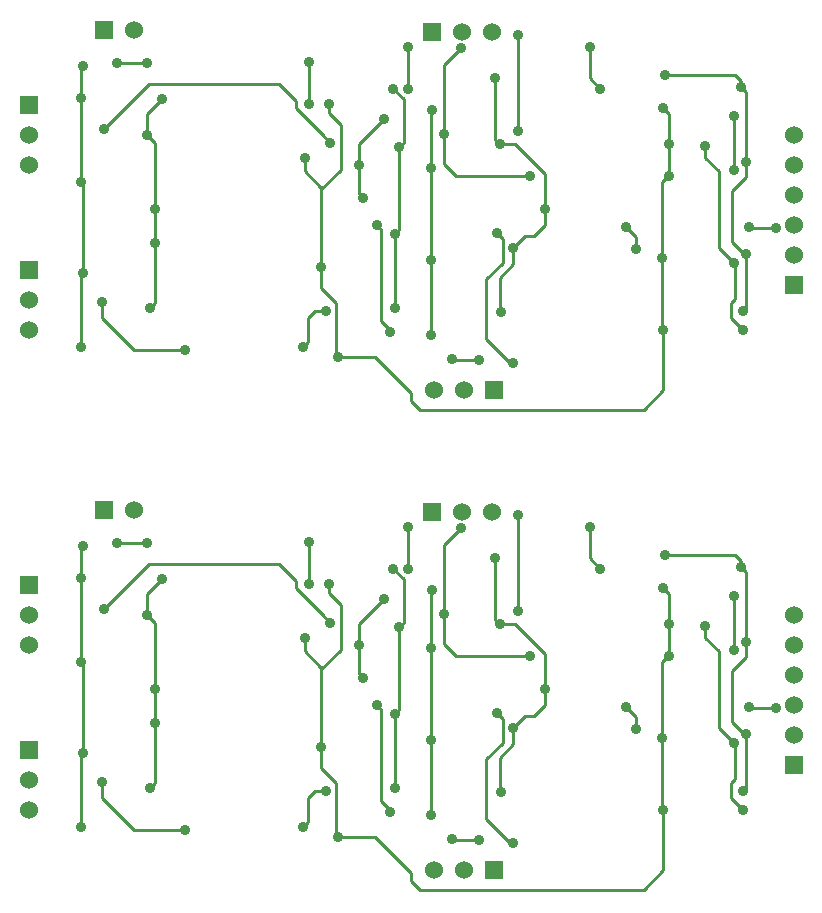
<source format=gbl>
G04 (created by PCBNEW (22-Jun-2014 BZR 4027)-stable) date Thu 13 Oct 2016 08:17:28 AM EDT*
%MOIN*%
G04 Gerber Fmt 3.4, Leading zero omitted, Abs format*
%FSLAX34Y34*%
G01*
G70*
G90*
G04 APERTURE LIST*
%ADD10C,0.00590551*%
%ADD11R,0.06X0.06*%
%ADD12C,0.06*%
%ADD13C,0.035*%
%ADD14C,0.01*%
G04 APERTURE END LIST*
G54D10*
G54D11*
X32500Y-31500D03*
G54D12*
X32500Y-30500D03*
X32500Y-29500D03*
X32500Y-28500D03*
X32500Y-27500D03*
X32500Y-26500D03*
G54D11*
X9500Y-23000D03*
G54D12*
X10500Y-23000D03*
G54D11*
X22500Y-35000D03*
G54D12*
X21500Y-35000D03*
X20500Y-35000D03*
G54D11*
X20450Y-23050D03*
G54D12*
X21450Y-23050D03*
X22450Y-23050D03*
G54D11*
X7000Y-31000D03*
G54D12*
X7000Y-32000D03*
X7000Y-33000D03*
G54D11*
X7000Y-25500D03*
G54D12*
X7000Y-26500D03*
X7000Y-27500D03*
G54D11*
X7000Y-9500D03*
G54D12*
X7000Y-10500D03*
X7000Y-11500D03*
G54D11*
X7000Y-15000D03*
G54D12*
X7000Y-16000D03*
X7000Y-17000D03*
G54D11*
X20450Y-7050D03*
G54D12*
X21450Y-7050D03*
X22450Y-7050D03*
G54D11*
X22500Y-19000D03*
G54D12*
X21500Y-19000D03*
X20500Y-19000D03*
G54D11*
X9500Y-7000D03*
G54D12*
X10500Y-7000D03*
G54D11*
X32500Y-15500D03*
G54D12*
X32500Y-14500D03*
X32500Y-13500D03*
X32500Y-12500D03*
X32500Y-11500D03*
X32500Y-10500D03*
G54D13*
X18850Y-25950D03*
X18000Y-27500D03*
X18150Y-28600D03*
X18150Y-12600D03*
X18000Y-11500D03*
X18850Y-9950D03*
X18600Y-29500D03*
X19050Y-33050D03*
X31000Y-29550D03*
X31900Y-29600D03*
X31900Y-13600D03*
X31000Y-13550D03*
X19050Y-17050D03*
X18600Y-13500D03*
X30500Y-25850D03*
X30500Y-27650D03*
X30500Y-11650D03*
X30500Y-9850D03*
X30500Y-30750D03*
X30800Y-33000D03*
X29550Y-26850D03*
X29550Y-10850D03*
X30800Y-17000D03*
X30500Y-14750D03*
X23300Y-23150D03*
X23300Y-26350D03*
X23300Y-10350D03*
X23300Y-7150D03*
X10950Y-24100D03*
X9950Y-24100D03*
X9950Y-8100D03*
X10950Y-8100D03*
X19650Y-23550D03*
X19650Y-24950D03*
X19650Y-8950D03*
X19650Y-7550D03*
X22600Y-29750D03*
X23150Y-34100D03*
X26900Y-29550D03*
X27250Y-30300D03*
X27250Y-14300D03*
X26900Y-13550D03*
X23150Y-18100D03*
X22600Y-13750D03*
X11050Y-32250D03*
X11200Y-30100D03*
X10950Y-26500D03*
X11450Y-25300D03*
X22550Y-24600D03*
X22700Y-26800D03*
X22750Y-32400D03*
X11200Y-28950D03*
X24200Y-28950D03*
X23150Y-30250D03*
X23150Y-14250D03*
X24200Y-12950D03*
X11200Y-12950D03*
X22750Y-16400D03*
X22700Y-10800D03*
X22550Y-8600D03*
X11450Y-9300D03*
X10950Y-10500D03*
X11200Y-14100D03*
X11050Y-16250D03*
X8800Y-24200D03*
X8750Y-25250D03*
X8750Y-28050D03*
X8800Y-31100D03*
X8750Y-33550D03*
X20400Y-27600D03*
X20450Y-25650D03*
X20400Y-30650D03*
X20400Y-33150D03*
X21100Y-33950D03*
X22000Y-34000D03*
X22000Y-18000D03*
X21100Y-17950D03*
X20400Y-17150D03*
X20400Y-14650D03*
X20450Y-9650D03*
X20400Y-11600D03*
X8750Y-17550D03*
X8800Y-15100D03*
X8750Y-12050D03*
X8750Y-9250D03*
X8800Y-8200D03*
X17050Y-26750D03*
X9500Y-26300D03*
X9500Y-10300D03*
X17050Y-10750D03*
X16900Y-32350D03*
X16150Y-33550D03*
X12200Y-33650D03*
X9450Y-32050D03*
X9450Y-16050D03*
X12200Y-17650D03*
X16150Y-17550D03*
X16900Y-16350D03*
X21400Y-23600D03*
X20850Y-26450D03*
X23700Y-27850D03*
X23700Y-11850D03*
X20850Y-10450D03*
X21400Y-7600D03*
X16350Y-25450D03*
X16350Y-24050D03*
X19200Y-29800D03*
X19200Y-32250D03*
X30900Y-30450D03*
X30825Y-32375D03*
X30900Y-27400D03*
X30750Y-24900D03*
X28200Y-24500D03*
X26050Y-24950D03*
X25700Y-23550D03*
X19350Y-26900D03*
X19150Y-24950D03*
X19150Y-8950D03*
X19350Y-10900D03*
X25700Y-7550D03*
X26050Y-8950D03*
X28200Y-8500D03*
X30750Y-8900D03*
X30900Y-11400D03*
X30825Y-16375D03*
X30900Y-14450D03*
X19200Y-16250D03*
X19200Y-13800D03*
X16350Y-8050D03*
X16350Y-9450D03*
X16750Y-30900D03*
X17300Y-33900D03*
X28150Y-25600D03*
X28350Y-27850D03*
X28100Y-30600D03*
X28150Y-33000D03*
X28350Y-26800D03*
X16200Y-27250D03*
X17000Y-25450D03*
X17000Y-9450D03*
X16200Y-11250D03*
X28350Y-10800D03*
X28150Y-17000D03*
X28100Y-14600D03*
X28350Y-11850D03*
X28150Y-9600D03*
X17300Y-17900D03*
X16750Y-14900D03*
G54D14*
X18850Y-25950D02*
X18000Y-26800D01*
X18000Y-26800D02*
X18000Y-27500D01*
X18000Y-28450D02*
X18000Y-27500D01*
X18000Y-28450D02*
X18150Y-28600D01*
X18000Y-12450D02*
X18150Y-12600D01*
X18000Y-12450D02*
X18000Y-11500D01*
X18000Y-10800D02*
X18000Y-11500D01*
X18850Y-9950D02*
X18000Y-10800D01*
X18600Y-29500D02*
X18750Y-29650D01*
X18750Y-29650D02*
X18750Y-32700D01*
X18750Y-32700D02*
X19050Y-33000D01*
X19050Y-33000D02*
X19050Y-33050D01*
X31000Y-29550D02*
X31050Y-29600D01*
X31050Y-29600D02*
X31900Y-29600D01*
X31050Y-13600D02*
X31900Y-13600D01*
X31000Y-13550D02*
X31050Y-13600D01*
X19050Y-17000D02*
X19050Y-17050D01*
X18750Y-16700D02*
X19050Y-17000D01*
X18750Y-13650D02*
X18750Y-16700D01*
X18600Y-13500D02*
X18750Y-13650D01*
X30500Y-25850D02*
X30500Y-27650D01*
X30500Y-9850D02*
X30500Y-11650D01*
X30500Y-30750D02*
X30550Y-30800D01*
X30550Y-30800D02*
X30550Y-31950D01*
X30550Y-31950D02*
X30400Y-32100D01*
X30400Y-32100D02*
X30400Y-32600D01*
X30400Y-32600D02*
X30700Y-32900D01*
X30700Y-32900D02*
X30800Y-33000D01*
X30000Y-30250D02*
X30000Y-27700D01*
X30000Y-27700D02*
X29550Y-27250D01*
X29550Y-27250D02*
X29550Y-26850D01*
X30500Y-30750D02*
X30000Y-30250D01*
X30500Y-14750D02*
X30000Y-14250D01*
X29550Y-11250D02*
X29550Y-10850D01*
X30000Y-11700D02*
X29550Y-11250D01*
X30000Y-14250D02*
X30000Y-11700D01*
X30700Y-16900D02*
X30800Y-17000D01*
X30400Y-16600D02*
X30700Y-16900D01*
X30400Y-16100D02*
X30400Y-16600D01*
X30550Y-15950D02*
X30400Y-16100D01*
X30550Y-14800D02*
X30550Y-15950D01*
X30500Y-14750D02*
X30550Y-14800D01*
X23300Y-23150D02*
X23300Y-26350D01*
X23300Y-7150D02*
X23300Y-10350D01*
X10950Y-24100D02*
X9950Y-24100D01*
X10950Y-8100D02*
X9950Y-8100D01*
X19650Y-23550D02*
X19650Y-24950D01*
X19650Y-7550D02*
X19650Y-8950D01*
X22800Y-30750D02*
X22250Y-31300D01*
X22800Y-29950D02*
X22800Y-30750D01*
X22600Y-29750D02*
X22800Y-29950D01*
X22250Y-33300D02*
X23050Y-34100D01*
X23050Y-34100D02*
X23150Y-34100D01*
X22250Y-31300D02*
X22250Y-33300D01*
X26900Y-29550D02*
X27250Y-29900D01*
X27250Y-29900D02*
X27250Y-30300D01*
X27250Y-13900D02*
X27250Y-14300D01*
X26900Y-13550D02*
X27250Y-13900D01*
X22250Y-15300D02*
X22250Y-17300D01*
X23050Y-18100D02*
X23150Y-18100D01*
X22250Y-17300D02*
X23050Y-18100D01*
X22600Y-13750D02*
X22800Y-13950D01*
X22800Y-13950D02*
X22800Y-14750D01*
X22800Y-14750D02*
X22250Y-15300D01*
X11050Y-32250D02*
X11200Y-32100D01*
X11200Y-32100D02*
X11200Y-30100D01*
X11200Y-26750D02*
X10950Y-26500D01*
X11200Y-28950D02*
X11200Y-26750D01*
X11200Y-30100D02*
X11200Y-28950D01*
X10950Y-25800D02*
X11450Y-25300D01*
X10950Y-26500D02*
X10950Y-25800D01*
X22550Y-26650D02*
X22550Y-24600D01*
X22700Y-26800D02*
X22550Y-26650D01*
X22700Y-32350D02*
X22750Y-32400D01*
X22700Y-31250D02*
X22700Y-32350D01*
X23200Y-26800D02*
X22700Y-26800D01*
X24200Y-28650D02*
X24200Y-27800D01*
X24200Y-27800D02*
X23200Y-26800D01*
X24200Y-28950D02*
X24200Y-28650D01*
X23150Y-30250D02*
X23550Y-29850D01*
X23550Y-29850D02*
X23850Y-29850D01*
X23850Y-29850D02*
X24200Y-29500D01*
X24200Y-29500D02*
X24200Y-28950D01*
X23150Y-30800D02*
X22700Y-31250D01*
X23150Y-30250D02*
X23150Y-30800D01*
X23150Y-14250D02*
X23150Y-14800D01*
X23150Y-14800D02*
X22700Y-15250D01*
X24200Y-13500D02*
X24200Y-12950D01*
X23850Y-13850D02*
X24200Y-13500D01*
X23550Y-13850D02*
X23850Y-13850D01*
X23150Y-14250D02*
X23550Y-13850D01*
X24200Y-12950D02*
X24200Y-12650D01*
X24200Y-11800D02*
X23200Y-10800D01*
X24200Y-12650D02*
X24200Y-11800D01*
X23200Y-10800D02*
X22700Y-10800D01*
X22700Y-15250D02*
X22700Y-16350D01*
X22700Y-16350D02*
X22750Y-16400D01*
X22700Y-10800D02*
X22550Y-10650D01*
X22550Y-10650D02*
X22550Y-8600D01*
X10950Y-10500D02*
X10950Y-9800D01*
X10950Y-9800D02*
X11450Y-9300D01*
X11200Y-14100D02*
X11200Y-12950D01*
X11200Y-12950D02*
X11200Y-10750D01*
X11200Y-10750D02*
X10950Y-10500D01*
X11200Y-16100D02*
X11200Y-14100D01*
X11050Y-16250D02*
X11200Y-16100D01*
X8800Y-24200D02*
X8750Y-24250D01*
X8750Y-24250D02*
X8750Y-25250D01*
X8750Y-25250D02*
X8750Y-28050D01*
X8800Y-31100D02*
X8750Y-31150D01*
X8750Y-31150D02*
X8750Y-33550D01*
X8800Y-28100D02*
X8750Y-28050D01*
X8800Y-31100D02*
X8800Y-28100D01*
X20400Y-25700D02*
X20400Y-27600D01*
X20450Y-25650D02*
X20400Y-25700D01*
X20400Y-27600D02*
X20400Y-30650D01*
X20400Y-30650D02*
X20400Y-33150D01*
X21100Y-33950D02*
X21150Y-34000D01*
X21150Y-34000D02*
X22000Y-34000D01*
X21150Y-18000D02*
X22000Y-18000D01*
X21100Y-17950D02*
X21150Y-18000D01*
X20400Y-14650D02*
X20400Y-17150D01*
X20400Y-11600D02*
X20400Y-14650D01*
X20450Y-9650D02*
X20400Y-9700D01*
X20400Y-9700D02*
X20400Y-11600D01*
X8800Y-15100D02*
X8800Y-12100D01*
X8800Y-12100D02*
X8750Y-12050D01*
X8750Y-15150D02*
X8750Y-17550D01*
X8800Y-15100D02*
X8750Y-15150D01*
X8750Y-9250D02*
X8750Y-12050D01*
X8750Y-8250D02*
X8750Y-9250D01*
X8800Y-8200D02*
X8750Y-8250D01*
X9800Y-26000D02*
X9900Y-25900D01*
X15900Y-25600D02*
X15900Y-25350D01*
X15900Y-25350D02*
X15350Y-24800D01*
X15350Y-24800D02*
X11000Y-24800D01*
X11000Y-24800D02*
X9800Y-26000D01*
X16200Y-25900D02*
X16800Y-26500D01*
X17050Y-26750D02*
X16800Y-26500D01*
X16200Y-25900D02*
X15900Y-25600D01*
X9800Y-26000D02*
X9500Y-26300D01*
X9800Y-10000D02*
X9500Y-10300D01*
X16200Y-9900D02*
X15900Y-9600D01*
X17050Y-10750D02*
X16800Y-10500D01*
X16200Y-9900D02*
X16800Y-10500D01*
X11000Y-8800D02*
X9800Y-10000D01*
X15350Y-8800D02*
X11000Y-8800D01*
X15900Y-9350D02*
X15350Y-8800D01*
X15900Y-9600D02*
X15900Y-9350D01*
X9800Y-10000D02*
X9900Y-9900D01*
X16900Y-32350D02*
X16550Y-32350D01*
X16550Y-32350D02*
X16300Y-32600D01*
X16300Y-32600D02*
X16300Y-33400D01*
X16300Y-33400D02*
X16150Y-33550D01*
X12200Y-33650D02*
X10500Y-33650D01*
X10500Y-33650D02*
X9450Y-32600D01*
X9450Y-32600D02*
X9450Y-32050D01*
X9450Y-16600D02*
X9450Y-16050D01*
X10500Y-17650D02*
X9450Y-16600D01*
X12200Y-17650D02*
X10500Y-17650D01*
X16300Y-17400D02*
X16150Y-17550D01*
X16300Y-16600D02*
X16300Y-17400D01*
X16550Y-16350D02*
X16300Y-16600D01*
X16900Y-16350D02*
X16550Y-16350D01*
X21400Y-23600D02*
X20850Y-24150D01*
X20850Y-24150D02*
X20850Y-26450D01*
X20850Y-27450D02*
X21250Y-27850D01*
X21250Y-27850D02*
X23700Y-27850D01*
X20850Y-26450D02*
X20850Y-27400D01*
X20850Y-27400D02*
X20850Y-27450D01*
X20850Y-11400D02*
X20850Y-11450D01*
X20850Y-10450D02*
X20850Y-11400D01*
X21250Y-11850D02*
X23700Y-11850D01*
X20850Y-11450D02*
X21250Y-11850D01*
X20850Y-8150D02*
X20850Y-10450D01*
X21400Y-7600D02*
X20850Y-8150D01*
X16350Y-25450D02*
X16350Y-24050D01*
X19200Y-29800D02*
X19200Y-32250D01*
X30900Y-32300D02*
X30825Y-32375D01*
X30900Y-32300D02*
X30900Y-30450D01*
X30900Y-25050D02*
X30750Y-24900D01*
X30900Y-27400D02*
X30900Y-25050D01*
X30750Y-24700D02*
X30550Y-24500D01*
X30550Y-24500D02*
X28200Y-24500D01*
X30750Y-24900D02*
X30750Y-24700D01*
X26050Y-24950D02*
X25700Y-24600D01*
X25700Y-24600D02*
X25700Y-23550D01*
X19350Y-26900D02*
X19500Y-26750D01*
X19500Y-26750D02*
X19500Y-25300D01*
X19500Y-25300D02*
X19150Y-24950D01*
X19350Y-29650D02*
X19200Y-29800D01*
X19350Y-26900D02*
X19350Y-29650D01*
X30850Y-30450D02*
X30450Y-30050D01*
X30450Y-30050D02*
X30450Y-28350D01*
X30450Y-28350D02*
X30900Y-27900D01*
X30900Y-27900D02*
X30900Y-27400D01*
X30900Y-30450D02*
X30850Y-30450D01*
X30900Y-14450D02*
X30850Y-14450D01*
X30900Y-11900D02*
X30900Y-11400D01*
X30450Y-12350D02*
X30900Y-11900D01*
X30450Y-14050D02*
X30450Y-12350D01*
X30850Y-14450D02*
X30450Y-14050D01*
X19350Y-10900D02*
X19350Y-13650D01*
X19350Y-13650D02*
X19200Y-13800D01*
X19500Y-9300D02*
X19150Y-8950D01*
X19500Y-10750D02*
X19500Y-9300D01*
X19350Y-10900D02*
X19500Y-10750D01*
X25700Y-8600D02*
X25700Y-7550D01*
X26050Y-8950D02*
X25700Y-8600D01*
X30750Y-8900D02*
X30750Y-8700D01*
X30550Y-8500D02*
X28200Y-8500D01*
X30750Y-8700D02*
X30550Y-8500D01*
X30900Y-11400D02*
X30900Y-9050D01*
X30900Y-9050D02*
X30750Y-8900D01*
X30900Y-16300D02*
X30900Y-14450D01*
X30900Y-16300D02*
X30825Y-16375D01*
X19200Y-13800D02*
X19200Y-16250D01*
X16350Y-9450D02*
X16350Y-8050D01*
X16750Y-31600D02*
X16750Y-30900D01*
X17250Y-32100D02*
X16750Y-31600D01*
X17250Y-33850D02*
X17250Y-32100D01*
X17300Y-33900D02*
X17250Y-33850D01*
X28150Y-25600D02*
X28350Y-25800D01*
X28350Y-26800D02*
X28350Y-27850D01*
X28350Y-25800D02*
X28350Y-26800D01*
X28300Y-27850D02*
X28100Y-28050D01*
X28100Y-28050D02*
X28100Y-30600D01*
X28350Y-27850D02*
X28300Y-27850D01*
X28100Y-32950D02*
X28150Y-33000D01*
X28100Y-30600D02*
X28100Y-32950D01*
X18550Y-33900D02*
X19750Y-35100D01*
X19750Y-35100D02*
X19750Y-35350D01*
X19750Y-35350D02*
X20050Y-35650D01*
X20050Y-35650D02*
X27500Y-35650D01*
X27500Y-35650D02*
X28150Y-35000D01*
X28150Y-35000D02*
X28150Y-33000D01*
X17300Y-33900D02*
X18550Y-33900D01*
X16750Y-28250D02*
X16200Y-27700D01*
X16200Y-27700D02*
X16200Y-27250D01*
X16750Y-30900D02*
X16750Y-28300D01*
X16750Y-28300D02*
X16750Y-28250D01*
X16750Y-28300D02*
X16750Y-28250D01*
X17000Y-25750D02*
X17000Y-25450D01*
X17400Y-26150D02*
X17000Y-25750D01*
X17400Y-27650D02*
X17400Y-26150D01*
X16750Y-28300D02*
X17400Y-27650D01*
X16750Y-12300D02*
X17400Y-11650D01*
X17400Y-11650D02*
X17400Y-10150D01*
X17400Y-10150D02*
X17000Y-9750D01*
X17000Y-9750D02*
X17000Y-9450D01*
X16750Y-12300D02*
X16750Y-12250D01*
X16750Y-12300D02*
X16750Y-12250D01*
X16750Y-14900D02*
X16750Y-12300D01*
X16200Y-11700D02*
X16200Y-11250D01*
X16750Y-12250D02*
X16200Y-11700D01*
X17300Y-17900D02*
X18550Y-17900D01*
X28150Y-19000D02*
X28150Y-17000D01*
X27500Y-19650D02*
X28150Y-19000D01*
X20050Y-19650D02*
X27500Y-19650D01*
X19750Y-19350D02*
X20050Y-19650D01*
X19750Y-19100D02*
X19750Y-19350D01*
X18550Y-17900D02*
X19750Y-19100D01*
X28100Y-14600D02*
X28100Y-16950D01*
X28100Y-16950D02*
X28150Y-17000D01*
X28350Y-11850D02*
X28300Y-11850D01*
X28100Y-12050D02*
X28100Y-14600D01*
X28300Y-11850D02*
X28100Y-12050D01*
X28350Y-9800D02*
X28350Y-10800D01*
X28350Y-10800D02*
X28350Y-11850D01*
X28150Y-9600D02*
X28350Y-9800D01*
X17300Y-17900D02*
X17250Y-17850D01*
X17250Y-17850D02*
X17250Y-16100D01*
X17250Y-16100D02*
X16750Y-15600D01*
X16750Y-15600D02*
X16750Y-14900D01*
M02*

</source>
